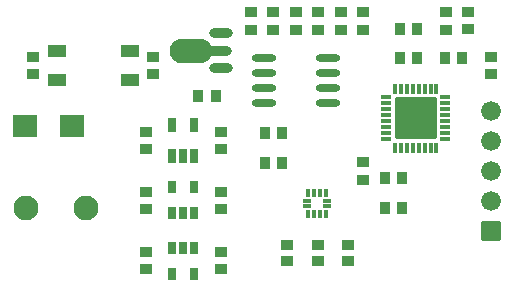
<source format=gts>
%TF.GenerationSoftware,KiCad,Pcbnew,8.0.8*%
%TF.CreationDate,2025-02-03T12:57:40+08:00*%
%TF.ProjectId,vibration_detection_v02,76696272-6174-4696-9f6e-5f6465746563,rev?*%
%TF.SameCoordinates,Original*%
%TF.FileFunction,Soldermask,Top*%
%TF.FilePolarity,Negative*%
%FSLAX46Y46*%
G04 Gerber Fmt 4.6, Leading zero omitted, Abs format (unit mm)*
G04 Created by KiCad (PCBNEW 8.0.8) date 2025-02-03 12:57:40*
%MOMM*%
%LPD*%
G01*
G04 APERTURE LIST*
G04 Aperture macros list*
%AMRoundRect*
0 Rectangle with rounded corners*
0 $1 Rounding radius*
0 $2 $3 $4 $5 $6 $7 $8 $9 X,Y pos of 4 corners*
0 Add a 4 corners polygon primitive as box body*
4,1,4,$2,$3,$4,$5,$6,$7,$8,$9,$2,$3,0*
0 Add four circle primitives for the rounded corners*
1,1,$1+$1,$2,$3*
1,1,$1+$1,$4,$5*
1,1,$1+$1,$6,$7*
1,1,$1+$1,$8,$9*
0 Add four rect primitives between the rounded corners*
20,1,$1+$1,$2,$3,$4,$5,0*
20,1,$1+$1,$4,$5,$6,$7,0*
20,1,$1+$1,$6,$7,$8,$9,0*
20,1,$1+$1,$8,$9,$2,$3,0*%
G04 Aperture macros list end*
%ADD10RoundRect,0.050800X0.450000X-0.400000X0.450000X0.400000X-0.450000X0.400000X-0.450000X-0.400000X0*%
%ADD11RoundRect,0.050800X-0.400000X-0.450000X0.400000X-0.450000X0.400000X0.450000X-0.400000X0.450000X0*%
%ADD12RoundRect,0.050800X0.400000X0.450000X-0.400000X0.450000X-0.400000X-0.450000X0.400000X-0.450000X0*%
%ADD13RoundRect,0.050800X-0.450000X0.400000X-0.450000X-0.400000X0.450000X-0.400000X0.450000X0.400000X0*%
%ADD14RoundRect,0.050800X-1.000000X-0.900000X1.000000X-0.900000X1.000000X0.900000X-1.000000X0.900000X0*%
%ADD15RoundRect,0.050800X0.750000X0.450000X-0.750000X0.450000X-0.750000X-0.450000X0.750000X-0.450000X0*%
%ADD16RoundRect,0.050800X0.787400X-0.787400X0.787400X0.787400X-0.787400X0.787400X-0.787400X-0.787400X0*%
%ADD17C,1.676400*%
%ADD18C,2.101600*%
%ADD19O,2.001600X0.801600*%
%ADD20O,2.201600X0.801600*%
%ADD21O,3.601590X2.101600*%
%ADD22RoundRect,0.050800X0.432005X-0.403240X0.432005X0.403240X-0.432005X0.403240X-0.432005X-0.403240X0*%
%ADD23RoundRect,0.050800X-0.432005X0.403240X-0.432005X-0.403240X0.432005X-0.403240X0.432005X0.403240X0*%
%ADD24RoundRect,0.050800X-0.403240X-0.432005X0.403240X-0.432005X0.403240X0.432005X-0.403240X0.432005X0*%
%ADD25RoundRect,0.050800X0.140005X0.250000X-0.140005X0.250000X-0.140005X-0.250000X0.140005X-0.250000X0*%
%ADD26RoundRect,0.050800X0.250000X0.140005X-0.250000X0.140005X-0.250000X-0.140005X0.250000X-0.140005X0*%
%ADD27RoundRect,0.050800X-0.140005X0.375005X-0.140005X-0.375005X0.140005X-0.375005X0.140005X0.375005X0*%
%ADD28RoundRect,0.050800X-0.375005X0.140005X-0.375005X-0.140005X0.375005X-0.140005X0.375005X0.140005X0*%
%ADD29RoundRect,0.050800X-1.725040X1.725040X-1.725040X-1.725040X1.725040X-1.725040X1.725040X1.725040X0*%
%ADD30RoundRect,0.050800X-0.300000X0.550000X-0.300000X-0.550000X0.300000X-0.550000X0.300000X0.550000X0*%
%ADD31RoundRect,0.050010X-0.300000X-0.500000X0.300000X-0.500000X0.300000X0.500000X-0.300000X0.500000X0*%
%ADD32RoundRect,0.050010X0.300000X0.500000X-0.300000X0.500000X-0.300000X-0.500000X0.300000X-0.500000X0*%
%ADD33O,2.051810X0.670000*%
G04 APERTURE END LIST*
D10*
%TO.C,C1*%
X155003500Y-115253900D03*
X155003500Y-113854100D03*
%TD*%
%TO.C,C2*%
X152463500Y-115253900D03*
X152463500Y-113854100D03*
%TD*%
%TO.C,C3*%
X149855200Y-115253900D03*
X149855200Y-113854100D03*
%TD*%
D11*
%TO.C,C4*%
X158113600Y-110744000D03*
X159513400Y-110744000D03*
%TD*%
%TO.C,C5*%
X158113600Y-108204000D03*
X159513400Y-108204000D03*
%TD*%
D12*
%TO.C,C6*%
X164593400Y-98043920D03*
X163193600Y-98043920D03*
%TD*%
D10*
%TO.C,C7*%
X165163500Y-95568900D03*
X165163500Y-94169100D03*
%TD*%
D11*
%TO.C,C8*%
X159383600Y-95548880D03*
X160783400Y-95548880D03*
%TD*%
%TO.C,C9*%
X159383600Y-98044000D03*
X160783400Y-98044000D03*
%TD*%
D10*
%TO.C,C10*%
X137858500Y-105728900D03*
X137858500Y-104329100D03*
%TD*%
D13*
%TO.C,C11*%
X144208500Y-104329100D03*
X144208500Y-105728900D03*
%TD*%
D10*
%TO.C,C12*%
X137858500Y-115888900D03*
X137858500Y-114489100D03*
%TD*%
D13*
%TO.C,C13*%
X144208500Y-114489100D03*
X144208500Y-115888900D03*
%TD*%
D10*
%TO.C,C14*%
X144208500Y-110808900D03*
X144208500Y-109409100D03*
%TD*%
%TO.C,C15*%
X137858500Y-110808900D03*
X137858500Y-109409100D03*
%TD*%
D12*
%TO.C,C23*%
X149353400Y-104394000D03*
X147953600Y-104394000D03*
%TD*%
%TO.C,C24*%
X149353400Y-106934000D03*
X147953600Y-106934000D03*
%TD*%
D13*
%TO.C,C25*%
X128333500Y-97979100D03*
X128333500Y-99378900D03*
%TD*%
%TO.C,C26*%
X138493500Y-97979100D03*
X138493500Y-99378900D03*
%TD*%
D14*
%TO.C,D2*%
X131603500Y-103759000D03*
X127603500Y-103759000D03*
%TD*%
D15*
%TO.C,D3*%
X136513550Y-97428990D03*
X136513550Y-99929010D03*
X130313560Y-99928980D03*
X130313560Y-97428960D03*
%TD*%
D16*
%TO.C,J1*%
X167068500Y-112649000D03*
D17*
X167068500Y-110109000D03*
X167068500Y-107569000D03*
X167068500Y-105029000D03*
X167068500Y-102489000D03*
%TD*%
D18*
%TO.C,P1*%
X132778500Y-110744000D03*
X127698500Y-110744000D03*
%TD*%
D19*
%TO.C,Q2*%
X144188180Y-98910140D03*
X144188180Y-95907860D03*
D20*
X144089120Y-97409000D03*
D21*
X141688820Y-97409000D03*
%TD*%
D22*
%TO.C,R1*%
X167068500Y-99421420D03*
X167068500Y-97914940D03*
%TD*%
%TO.C,R2*%
X156273500Y-108322240D03*
X156273500Y-106815760D03*
%TD*%
D23*
%TO.C,R3*%
X163258500Y-94171390D03*
X163258500Y-95677860D03*
%TD*%
%TO.C,R4*%
X154368500Y-94115760D03*
X154368500Y-95622240D03*
%TD*%
D22*
%TO.C,R5*%
X152463500Y-95622240D03*
X152463500Y-94115760D03*
%TD*%
D23*
%TO.C,R6*%
X156273500Y-94115760D03*
X156273500Y-95622240D03*
%TD*%
D22*
%TO.C,R7*%
X150558500Y-95622240D03*
X150558500Y-94115760D03*
%TD*%
D24*
%TO.C,R8*%
X142303500Y-101219000D03*
X143809970Y-101219000D03*
%TD*%
D22*
%TO.C,R9*%
X148653500Y-95622240D03*
X148653500Y-94115760D03*
%TD*%
%TO.C,R10*%
X146748500Y-95622240D03*
X146748500Y-94115760D03*
%TD*%
D25*
%TO.C,U1*%
X153098500Y-109474000D03*
X152598500Y-109474000D03*
X152098480Y-109474000D03*
X151598480Y-109474000D03*
D26*
X151473460Y-110098940D03*
X151473460Y-110598970D03*
D25*
X151598480Y-111223910D03*
X152098480Y-111223910D03*
X152598500Y-111223910D03*
X153098500Y-111223910D03*
D26*
X153223520Y-110598970D03*
X153223520Y-110098940D03*
%TD*%
D27*
%TO.C,U2*%
X162468510Y-100634010D03*
X161968510Y-100634010D03*
X161468510Y-100634010D03*
X160968510Y-100634010D03*
X160468490Y-100634010D03*
X159968490Y-100634010D03*
X159468490Y-100634010D03*
X158968490Y-100634010D03*
D28*
X158228460Y-101373940D03*
X158228340Y-101873810D03*
X158228460Y-102373940D03*
X158228340Y-102873810D03*
X158228440Y-103373940D03*
X158228310Y-103873810D03*
X158228440Y-104373930D03*
X158228310Y-104873810D03*
D27*
X158968390Y-105613990D03*
X159468640Y-105613990D03*
X159968390Y-105613990D03*
X160468640Y-105613990D03*
X160968360Y-105613990D03*
X161468610Y-105613990D03*
X161968360Y-105613990D03*
X162468610Y-105613990D03*
D28*
X163208440Y-104874060D03*
X163208560Y-104373930D03*
X163208440Y-103874060D03*
X163208560Y-103373940D03*
X163208410Y-102874060D03*
X163208540Y-102373940D03*
X163208410Y-101874070D03*
X163208540Y-101373940D03*
D29*
X160718500Y-103124000D03*
%TD*%
D30*
%TO.C,U3*%
X140083520Y-106328870D03*
X141033480Y-106328920D03*
X141983440Y-106328970D03*
X141983590Y-103728980D03*
X140083670Y-103728880D03*
%TD*%
D31*
%TO.C,U4*%
X140083490Y-108988780D03*
X141983490Y-108988780D03*
X140083570Y-111188930D03*
X141983410Y-111188960D03*
X141033500Y-111188960D03*
%TD*%
D32*
%TO.C,U5*%
X141983510Y-116289100D03*
X140083520Y-116289100D03*
X141983440Y-114088950D03*
X140083590Y-114088930D03*
X141033500Y-114088930D03*
%TD*%
D33*
%TO.C,U7*%
X147853400Y-98044000D03*
X147853400Y-99314000D03*
X147853400Y-100584000D03*
X147853400Y-101854000D03*
X153263600Y-98044000D03*
X153263600Y-99314000D03*
X153263600Y-100584000D03*
X153263600Y-101854000D03*
%TD*%
M02*

</source>
